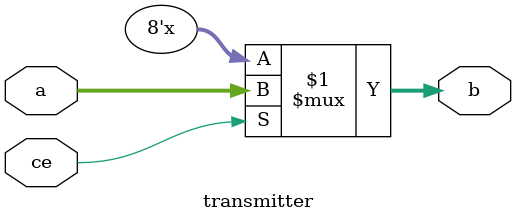
<source format=sv>
module transmitter(
  input logic[7:0] a,
  output logic[7:0] b,
  input logic ce
);

assign b = ce ? a : 8'bzzzz_zzzz;

endmodule
</source>
